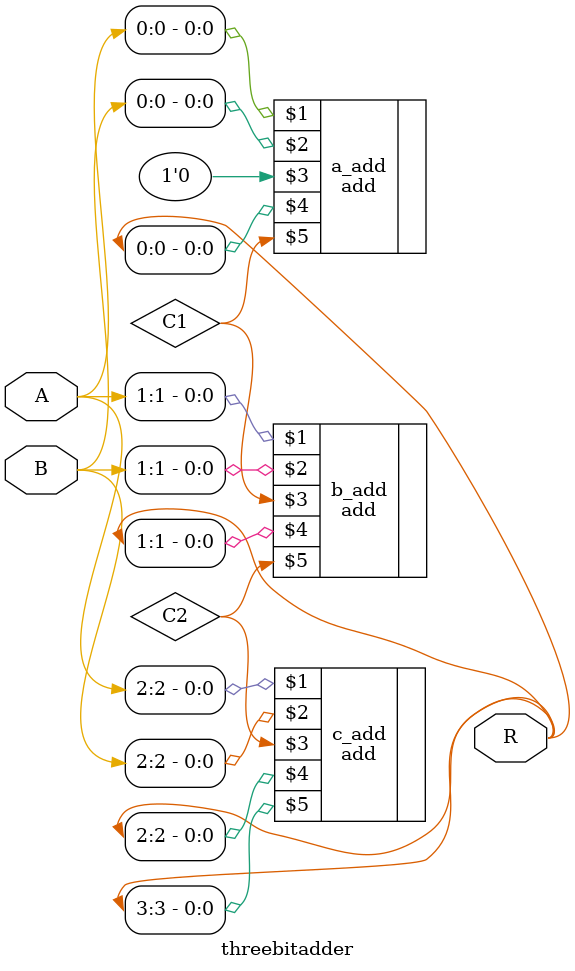
<source format=v>
`timescale 1ns / 1ps
module threebitadder(
		input [2:0] A,
		input [2:0] B,
		output [3:0] R
		);
		
		wire C1;
		wire C2;
		
	add a_add(A[0],B[0],1'b0,R[0],C1);
	add b_add(A[1],B[1],C1,R[1],C2);
	add c_add(A[2],B[2],C2,R[2],R[3]);
	
	
endmodule

</source>
